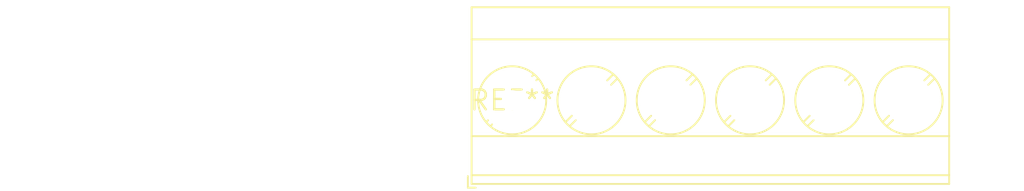
<source format=kicad_pcb>
(kicad_pcb (version 20240108) (generator pcbnew)
  (layers (0 "F.Cu" signal) (31 "B.Cu" signal) (34 "B.Paste" user) (35 "F.Paste" user) (36 "B.SilkS" user "B.Silkscreen") (37 "F.SilkS" user "F.Silkscreen") (38 "B.Mask" user) (39 "F.Mask" user) (44 "Edge.Cuts" user))
  (net 0 "")
  (footprint "TerminalBlock_Phoenix_MKDS-3-6-5.08_1x06_P5.08mm_Horizontal" (layer "F.Cu") (at 0 0)
    (property "Reference" "REF**")
    (property "Value" "TerminalBlock_Phoenix_MKDS-3-6-5.08_1x06_P5.08mm_Horizontal")
    (fp_line (start -2.84 4.86) (end -2.84 5.6) (layer "F.SilkS") (stroke (width 0.12)))
    (fp_line (start -2.84 5.6) (end -2.34 5.6) (layer "F.SilkS") (stroke (width 0.12)))
    (fp_line (start -2.6 -5.96) (end -2.6 5.36) (layer "F.SilkS") (stroke (width 0.12)))
    (fp_line (start -2.6 -5.96) (end 28 -5.96) (layer "F.SilkS") (stroke (width 0.12)))
    (fp_line (start -2.6 -3.9) (end 28 -3.9) (layer "F.SilkS") (stroke (width 0.12)))
    (fp_line (start -2.6 2.3) (end 28 2.3) (layer "F.SilkS") (stroke (width 0.12)))
    (fp_line (start -2.6 4.8) (end 28 4.8) (layer "F.SilkS") (stroke (width 0.12)))
    (fp_line (start -2.6 5.36) (end 28 5.36) (layer "F.SilkS") (stroke (width 0.12)))
    (fp_line (start -1.548 1.281) (end -1.654 1.388) (layer "F.SilkS") (stroke (width 0.12)))
    (fp_line (start -1.282 1.547) (end -1.388 1.654) (layer "F.SilkS") (stroke (width 0.12)))
    (fp_line (start 1.388 -1.654) (end 1.281 -1.547) (layer "F.SilkS") (stroke (width 0.12)))
    (fp_line (start 1.654 -1.388) (end 1.547 -1.281) (layer "F.SilkS") (stroke (width 0.12)))
    (fp_line (start 3.822 0.992) (end 3.427 1.388) (layer "F.SilkS") (stroke (width 0.12)))
    (fp_line (start 4.073 1.274) (end 3.693 1.654) (layer "F.SilkS") (stroke (width 0.12)))
    (fp_line (start 6.468 -1.654) (end 6.088 -1.274) (layer "F.SilkS") (stroke (width 0.12)))
    (fp_line (start 6.734 -1.388) (end 6.339 -0.992) (layer "F.SilkS") (stroke (width 0.12)))
    (fp_line (start 8.902 0.992) (end 8.507 1.388) (layer "F.SilkS") (stroke (width 0.12)))
    (fp_line (start 9.153 1.274) (end 8.773 1.654) (layer "F.SilkS") (stroke (width 0.12)))
    (fp_line (start 11.548 -1.654) (end 11.168 -1.274) (layer "F.SilkS") (stroke (width 0.12)))
    (fp_line (start 11.814 -1.388) (end 11.419 -0.992) (layer "F.SilkS") (stroke (width 0.12)))
    (fp_line (start 13.982 0.992) (end 13.587 1.388) (layer "F.SilkS") (stroke (width 0.12)))
    (fp_line (start 14.233 1.274) (end 13.853 1.654) (layer "F.SilkS") (stroke (width 0.12)))
    (fp_line (start 16.628 -1.654) (end 16.248 -1.274) (layer "F.SilkS") (stroke (width 0.12)))
    (fp_line (start 16.894 -1.388) (end 16.499 -0.992) (layer "F.SilkS") (stroke (width 0.12)))
    (fp_line (start 19.062 0.992) (end 18.667 1.388) (layer "F.SilkS") (stroke (width 0.12)))
    (fp_line (start 19.313 1.274) (end 18.933 1.654) (layer "F.SilkS") (stroke (width 0.12)))
    (fp_line (start 21.708 -1.654) (end 21.328 -1.274) (layer "F.SilkS") (stroke (width 0.12)))
    (fp_line (start 21.974 -1.388) (end 21.579 -0.992) (layer "F.SilkS") (stroke (width 0.12)))
    (fp_line (start 24.142 0.992) (end 23.747 1.388) (layer "F.SilkS") (stroke (width 0.12)))
    (fp_line (start 24.393 1.274) (end 24.013 1.654) (layer "F.SilkS") (stroke (width 0.12)))
    (fp_line (start 26.788 -1.654) (end 26.408 -1.274) (layer "F.SilkS") (stroke (width 0.12)))
    (fp_line (start 27.054 -1.388) (end 26.659 -0.992) (layer "F.SilkS") (stroke (width 0.12)))
    (fp_line (start 28 -5.96) (end 28 5.36) (layer "F.SilkS") (stroke (width 0.12)))
    (fp_circle (center 0 0) (end 2.18 0) (layer "F.SilkS") (stroke (width 0.12)) (fill none))
    (fp_circle (center 5.08 0) (end 7.26 0) (layer "F.SilkS") (stroke (width 0.12)) (fill none))
    (fp_circle (center 10.16 0) (end 12.34 0) (layer "F.SilkS") (stroke (width 0.12)) (fill none))
    (fp_circle (center 15.24 0) (end 17.42 0) (layer "F.SilkS") (stroke (width 0.12)) (fill none))
    (fp_circle (center 20.32 0) (end 22.5 0) (layer "F.SilkS") (stroke (width 0.12)) (fill none))
    (fp_circle (center 25.4 0) (end 27.58 0) (layer "F.SilkS") (stroke (width 0.12)) (fill none))
    (pad "1" thru_hole rect (at 0 0) (size 2.6 2.6) (drill 1.3) (layers *.Cu *.Mask) (remove_unused_layers))
    (pad "2" thru_hole circle (at 5.08 0) (size 2.6 2.6) (drill 1.3) (layers *.Cu *.Mask) (remove_unused_layers))
    (pad "3" thru_hole circle (at 10.16 0) (size 2.6 2.6) (drill 1.3) (layers *.Cu *.Mask) (remove_unused_layers))
    (pad "4" thru_hole circle (at 15.24 0) (size 2.6 2.6) (drill 1.3) (layers *.Cu *.Mask) (remove_unused_layers))
    (pad "5" thru_hole circle (at 20.32 0) (size 2.6 2.6) (drill 1.3) (layers *.Cu *.Mask) (remove_unused_layers))
    (pad "6" thru_hole circle (at 25.4 0) (size 2.6 2.6) (drill 1.3) (layers *.Cu *.Mask) (remove_unused_layers))
  )
)
</source>
